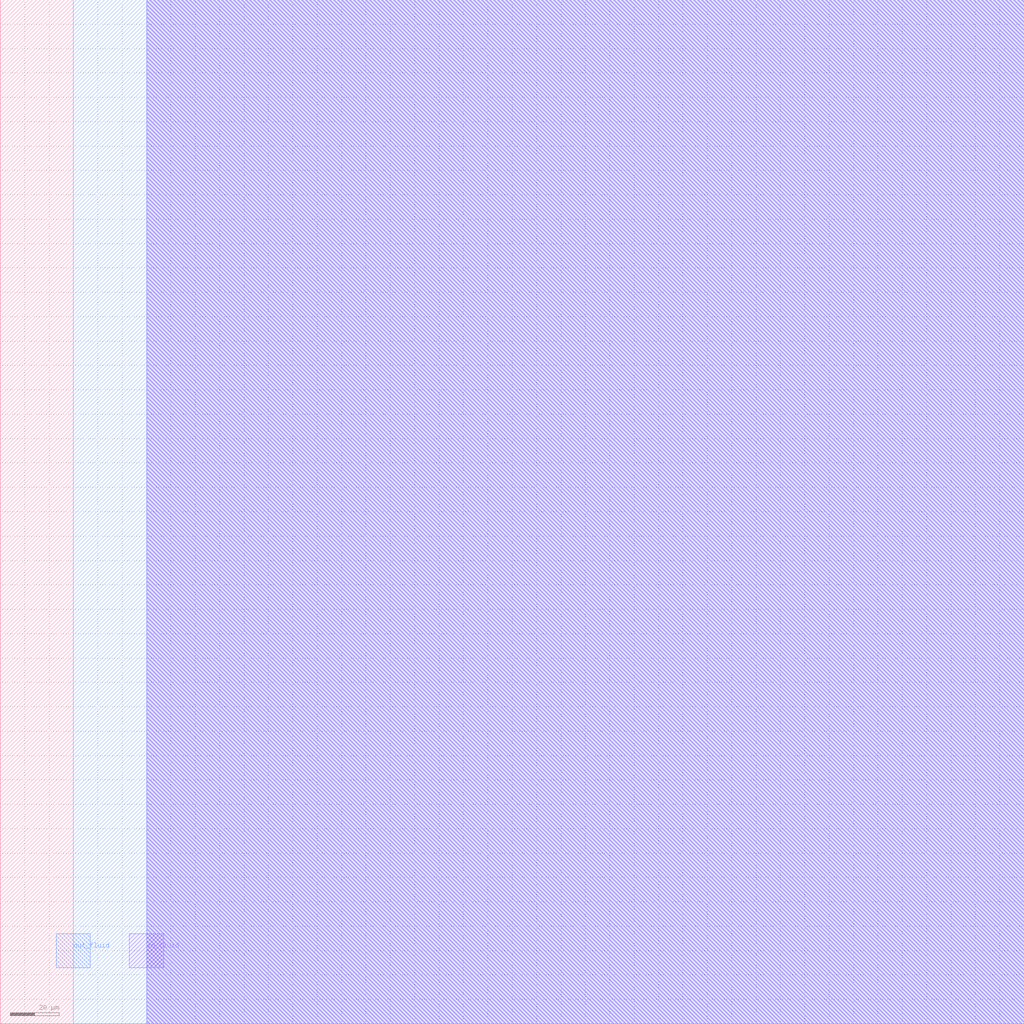
<source format=lef>
 
MACRO serpentine_300px_3
  CLASS CORE ;
  ORIGIN  0 0 ;
  FOREIGN serpentine_300px_0 0 0 ;
  SIZE 420 BY 420 ;
  SYMMETRY X Y ;
  SITE CoreSite ;
  PIN in_fluid
    DIRECTION INPUT ;
    USE SIGNAL ;
    PORT
      LAYER met2 ;
        RECT 53 23 67 37 ;
    END
  END in_fluid
  PIN out_fluid
    DIRECTION OUTPUT ;
    USE SIGNAL ;
    PORT
      LAYER met5 ;
        RECT 23 23 37 37 ;
    END
  END out_fluid
  OBS
    LAYER met2 ;
      RECT 60 0 420 420 ;
    LAYER met3 ;
      RECT 60 0 420 420 ;
    LAYER met4 ;
      RECT 60 0 420 420 ;
    LAYER met5 ;
      RECT 30 0 420 420 ;
  END
  PROPERTY CatenaDesignType "deviceLevel" ;
END serpentine_300px_3

</source>
